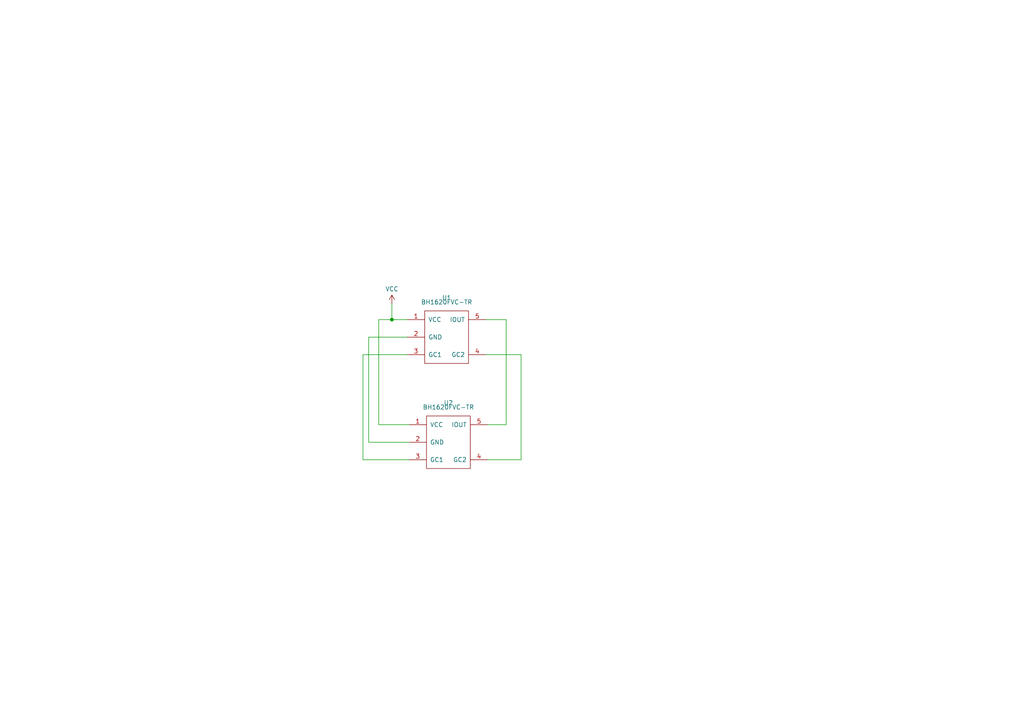
<source format=kicad_sch>
(kicad_sch (version 20220104) (generator eeschema)
  (paper "A4")
  (lib_symbols
    (symbol "BH1620FVC:BH1620FVC-TR" (pin_names (offset 1.016))
      (property "Reference" "U" (at 0 10.2362 0))
      (property "Value" "BH1620FVC-TR" (at 0 15.3162 0))
      (symbol "BH1620FVC-TR_1_1"
        (rectangle (start -7.62 7.62) (end 5.08 -7.62) (stroke (width 0.1524)))
        (pin input line (at -12.7 5.08 0) (length 5.08) (name "VCC") (number "1"))
        (pin input line (at -12.7 0 0) (length 5.08) (name "GND") (number "2"))
        (pin input line (at -12.7 -5.08 0) (length 5.08) (name "GC1") (number "3"))
        (pin input line (at 10.16 -5.08 180) (length 5.08) (name "GC2") (number "4"))
        (pin input line (at 10.16 5.08 180) (length 5.08) (name "IOUT") (number "5"))
      )
    )
    (symbol "power:VCC" (power) (pin_names (offset 0))
      (property "Value" "VCC" (at 0 3.81 0))
      (symbol "VCC_0_1"
        (polyline (pts (xy -0.762 1.27) (xy 0 2.54)))
        (polyline (pts (xy 0 0) (xy 0 2.54)))
        (polyline (pts (xy 0 2.54) (xy 0.762 1.27)))
      )
      (symbol "VCC_1_1"
        (pin power_in line (at 0 0 90) (length 0) hide (name "VCC") (number "1"))
      )
    )
  )
  (junction (at 113.665 92.71))
  (wire (pts (xy 118.11 92.71) (xy 113.665 92.71)))
  (wire (pts (xy 105.283 133.35) (xy 118.618 133.35)))
  (wire (pts (xy 151.13 102.87) (xy 140.97 102.87)))
  (wire (pts (xy 106.934 128.27) (xy 118.618 128.27)))
  (wire (pts (xy 118.11 102.87) (xy 105.283 102.87)))
  (wire (pts (xy 113.665 88.138) (xy 113.665 92.71)))
  (wire (pts (xy 118.11 97.79) (xy 106.934 97.79)))
  (wire (pts (xy 105.283 102.87) (xy 105.283 133.35)))
  (wire (pts (xy 113.665 92.71) (xy 109.855 92.71)))
  (wire (pts (xy 109.855 123.19) (xy 118.618 123.19)))
  (wire (pts (xy 141.478 133.35) (xy 151.13 133.35)))
  (wire (pts (xy 146.812 92.71) (xy 140.97 92.71)))
  (wire (pts (xy 151.13 133.35) (xy 151.13 102.87)))
  (wire (pts (xy 106.934 97.79) (xy 106.934 128.27)))
  (wire (pts (xy 141.478 123.19) (xy 146.812 123.19)))
  (wire (pts (xy 146.812 123.19) (xy 146.812 92.71)))
  (wire (pts (xy 109.855 92.71) (xy 109.855 123.19)))
  (symbol (lib_id "BH1620FVC:BH1620FVC-TR") (at 130.81 97.79 0) (unit 1)
    (property "Reference" "U1" (at 129.54 86.36 0))
    (property "Value" "BH1620FVC-TR" (at 129.54 87.63 0))
    (property "Footprint" "FP:WSOF-5_L1.6-W1.2-P0.50-TL" (effects hide))
    (property "Datasheet" "http://www.szlcsc.com/product/details_86163.html" (effects hide))
    (property "SuppliersPartNumber" "C84991" (effects hide))
    (property "uuid" "std:719ac0d07014d1c26be8aea5b0449f17" (effects hide))
  )
  (symbol (lib_id "power:VCC") (at 113.665 88.138 0) (unit 1)
    (property "Reference" "#PWR?" (effects hide))
    (property "Value" "VCC" (at 113.665 83.82 0))
  )
  (symbol (lib_id "BH1620FVC:BH1620FVC-TR") (at 131.318 128.27 0) (unit 1)
    (property "Reference" "U2" (at 130.048 116.84 0))
    (property "Value" "BH1620FVC-TR" (at 130.048 118.11 0))
    (property "Footprint" "FP:PinHeader_1x05_P1.27mm_Vertical_SMD_Pin1Right" (effects hide))
    (property "Datasheet" "http://www.szlcsc.com/product/details_86163.html" (effects hide))
    (property "SuppliersPartNumber" "C84991" (effects hide))
    (property "uuid" "std:719ac0d07014d1c26be8aea5b0449f17" (effects hide))
  )
)
</source>
